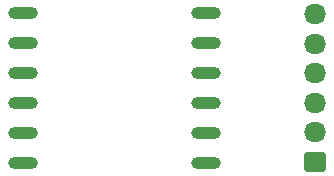
<source format=gbr>
%TF.GenerationSoftware,KiCad,Pcbnew,(6.0.2-0)*%
%TF.CreationDate,2022-03-06T07:34:13+00:00*%
%TF.ProjectId,L86,4c38362e-6b69-4636-9164-5f7063625858,rev?*%
%TF.SameCoordinates,Original*%
%TF.FileFunction,Soldermask,Top*%
%TF.FilePolarity,Negative*%
%FSLAX46Y46*%
G04 Gerber Fmt 4.6, Leading zero omitted, Abs format (unit mm)*
G04 Created by KiCad (PCBNEW (6.0.2-0)) date 2022-03-06 07:34:13*
%MOMM*%
%LPD*%
G01*
G04 APERTURE LIST*
G04 Aperture macros list*
%AMRoundRect*
0 Rectangle with rounded corners*
0 $1 Rounding radius*
0 $2 $3 $4 $5 $6 $7 $8 $9 X,Y pos of 4 corners*
0 Add a 4 corners polygon primitive as box body*
4,1,4,$2,$3,$4,$5,$6,$7,$8,$9,$2,$3,0*
0 Add four circle primitives for the rounded corners*
1,1,$1+$1,$2,$3*
1,1,$1+$1,$4,$5*
1,1,$1+$1,$6,$7*
1,1,$1+$1,$8,$9*
0 Add four rect primitives between the rounded corners*
20,1,$1+$1,$2,$3,$4,$5,0*
20,1,$1+$1,$4,$5,$6,$7,0*
20,1,$1+$1,$6,$7,$8,$9,0*
20,1,$1+$1,$8,$9,$2,$3,0*%
G04 Aperture macros list end*
%ADD10RoundRect,0.250000X0.675000X-0.600000X0.675000X0.600000X-0.675000X0.600000X-0.675000X-0.600000X0*%
%ADD11O,1.850000X1.700000*%
%ADD12RoundRect,0.500000X-0.750000X0.000000X0.750000X0.000000X0.750000X0.000000X-0.750000X0.000000X0*%
G04 APERTURE END LIST*
D10*
%TO.C,J1*%
X117000000Y-106250000D03*
D11*
X117000000Y-103750000D03*
X117000000Y-101250000D03*
X117000000Y-98750000D03*
X117000000Y-96250000D03*
X117000000Y-93750000D03*
%TD*%
D12*
%TO.C,U1*%
X107750000Y-106350000D03*
X107750000Y-103810000D03*
X107750000Y-101270000D03*
X107750000Y-98730000D03*
X107750000Y-96190000D03*
X107750000Y-93650000D03*
X92250000Y-93650000D03*
X92250000Y-96190000D03*
X92250000Y-98730000D03*
X92250000Y-101270000D03*
X92250000Y-103810000D03*
X92250000Y-106350000D03*
%TD*%
M02*

</source>
